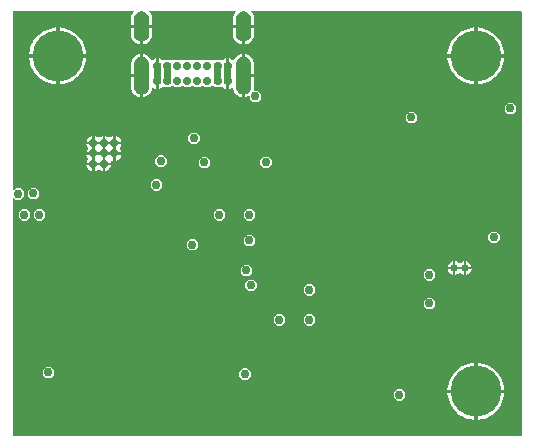
<source format=gbr>
G04 EAGLE Gerber RS-274X export*
G75*
%MOMM*%
%FSLAX34Y34*%
%LPD*%
%INCopper Layer 2*%
%IPPOS*%
%AMOC8*
5,1,8,0,0,1.08239X$1,22.5*%
G01*
%ADD10C,4.316000*%
%ADD11C,0.704800*%
%ADD12C,0.634800*%
%ADD13C,0.734800*%
%ADD14C,0.904800*%
%ADD15C,0.756400*%

G36*
X432836Y3052D02*
X432836Y3052D01*
X432855Y3050D01*
X432957Y3072D01*
X433059Y3088D01*
X433076Y3098D01*
X433096Y3102D01*
X433185Y3155D01*
X433276Y3204D01*
X433290Y3218D01*
X433307Y3228D01*
X433374Y3307D01*
X433446Y3382D01*
X433454Y3400D01*
X433467Y3415D01*
X433506Y3511D01*
X433549Y3605D01*
X433551Y3625D01*
X433559Y3643D01*
X433577Y3810D01*
X433577Y362712D01*
X433574Y362732D01*
X433576Y362751D01*
X433554Y362853D01*
X433538Y362955D01*
X433528Y362972D01*
X433524Y362992D01*
X433471Y363081D01*
X433422Y363172D01*
X433408Y363186D01*
X433398Y363203D01*
X433319Y363270D01*
X433244Y363342D01*
X433226Y363350D01*
X433211Y363363D01*
X433115Y363402D01*
X433021Y363445D01*
X433001Y363447D01*
X432983Y363455D01*
X432816Y363473D01*
X205625Y363473D01*
X205612Y363471D01*
X205598Y363473D01*
X205490Y363451D01*
X205383Y363434D01*
X205370Y363427D01*
X205357Y363424D01*
X205262Y363370D01*
X205165Y363318D01*
X205156Y363309D01*
X205144Y363302D01*
X205071Y363220D01*
X204996Y363140D01*
X204990Y363128D01*
X204981Y363117D01*
X204938Y363017D01*
X204892Y362917D01*
X204891Y362903D01*
X204885Y362891D01*
X204877Y362781D01*
X204865Y362673D01*
X204868Y362659D01*
X204867Y362645D01*
X204894Y362539D01*
X204917Y362432D01*
X204924Y362420D01*
X204928Y362407D01*
X205011Y362262D01*
X206085Y360798D01*
X206824Y359214D01*
X207240Y357516D01*
X207262Y357010D01*
X207263Y357005D01*
X207281Y356890D01*
X207281Y356603D01*
X207283Y356590D01*
X207281Y356570D01*
X207294Y356283D01*
X207281Y356163D01*
X207281Y351529D01*
X204739Y351529D01*
X204739Y356530D01*
X204736Y356534D01*
X204739Y356537D01*
X204565Y357756D01*
X204559Y357761D01*
X204562Y357765D01*
X204154Y358927D01*
X204148Y358931D01*
X204149Y358936D01*
X203522Y359995D01*
X203515Y359998D01*
X203516Y360003D01*
X202694Y360919D01*
X202687Y360921D01*
X202687Y360926D01*
X201702Y361665D01*
X201695Y361665D01*
X201694Y361670D01*
X200584Y362202D01*
X200577Y362201D01*
X200575Y362205D01*
X199639Y362445D01*
X199639Y362712D01*
X199636Y362732D01*
X199638Y362751D01*
X199616Y362853D01*
X199600Y362955D01*
X199590Y362972D01*
X199586Y362992D01*
X199533Y363081D01*
X199484Y363172D01*
X199470Y363186D01*
X199460Y363203D01*
X199381Y363270D01*
X199306Y363342D01*
X199288Y363350D01*
X199273Y363363D01*
X199177Y363402D01*
X199083Y363445D01*
X199063Y363447D01*
X199045Y363455D01*
X198878Y363473D01*
X197402Y363473D01*
X197382Y363470D01*
X197362Y363472D01*
X197261Y363450D01*
X197159Y363434D01*
X197142Y363424D01*
X197122Y363420D01*
X197033Y363367D01*
X196942Y363318D01*
X196928Y363304D01*
X196911Y363294D01*
X196844Y363215D01*
X196772Y363140D01*
X196764Y363122D01*
X196751Y363107D01*
X196712Y363011D01*
X196669Y362917D01*
X196667Y362897D01*
X196659Y362879D01*
X196641Y362712D01*
X196641Y362431D01*
X195728Y362190D01*
X195724Y362184D01*
X195719Y362187D01*
X194622Y361650D01*
X194619Y361644D01*
X194614Y361645D01*
X193643Y360905D01*
X193641Y360898D01*
X193635Y360898D01*
X192827Y359983D01*
X192827Y359976D01*
X192822Y359975D01*
X192207Y358920D01*
X192208Y358913D01*
X192203Y358911D01*
X191807Y357756D01*
X191809Y357749D01*
X191805Y357747D01*
X191641Y356537D01*
X191644Y356532D01*
X191641Y356530D01*
X191641Y351529D01*
X189099Y351529D01*
X189099Y356150D01*
X189099Y356152D01*
X189099Y356154D01*
X189088Y356254D01*
X189099Y356563D01*
X189097Y356573D01*
X189099Y356590D01*
X189099Y356899D01*
X189115Y357003D01*
X189132Y357492D01*
X189332Y358333D01*
X189533Y359182D01*
X189985Y360172D01*
X190255Y360762D01*
X190965Y361746D01*
X191316Y362232D01*
X191365Y362284D01*
X191381Y362319D01*
X191405Y362349D01*
X191433Y362430D01*
X191469Y362507D01*
X191473Y362545D01*
X191486Y362581D01*
X191486Y362667D01*
X191496Y362751D01*
X191488Y362789D01*
X191488Y362827D01*
X191462Y362908D01*
X191444Y362992D01*
X191424Y363025D01*
X191412Y363061D01*
X191361Y363130D01*
X191317Y363203D01*
X191288Y363228D01*
X191266Y363259D01*
X191195Y363307D01*
X191131Y363363D01*
X191095Y363377D01*
X191064Y363399D01*
X190982Y363423D01*
X190902Y363455D01*
X190853Y363460D01*
X190828Y363468D01*
X190797Y363466D01*
X190736Y363473D01*
X119265Y363473D01*
X119252Y363471D01*
X119238Y363473D01*
X119130Y363451D01*
X119023Y363434D01*
X119010Y363427D01*
X118997Y363424D01*
X118902Y363370D01*
X118805Y363318D01*
X118796Y363309D01*
X118784Y363302D01*
X118711Y363220D01*
X118636Y363140D01*
X118630Y363128D01*
X118621Y363117D01*
X118578Y363017D01*
X118532Y362917D01*
X118531Y362903D01*
X118525Y362891D01*
X118517Y362781D01*
X118505Y362673D01*
X118508Y362659D01*
X118507Y362645D01*
X118534Y362539D01*
X118557Y362432D01*
X118564Y362420D01*
X118568Y362407D01*
X118651Y362262D01*
X119725Y360798D01*
X120464Y359214D01*
X120880Y357516D01*
X120902Y357010D01*
X120903Y357005D01*
X120921Y356890D01*
X120921Y356603D01*
X120923Y356590D01*
X120921Y356570D01*
X120934Y356283D01*
X120921Y356163D01*
X120921Y351529D01*
X118379Y351529D01*
X118379Y356530D01*
X118376Y356534D01*
X118379Y356537D01*
X118205Y357756D01*
X118199Y357761D01*
X118202Y357765D01*
X117794Y358927D01*
X117788Y358931D01*
X117789Y358936D01*
X117162Y359995D01*
X117155Y359998D01*
X117156Y360003D01*
X116334Y360919D01*
X116327Y360921D01*
X116327Y360926D01*
X115342Y361665D01*
X115335Y361665D01*
X115334Y361670D01*
X114224Y362202D01*
X114217Y362201D01*
X114215Y362205D01*
X113239Y362455D01*
X113239Y362712D01*
X113236Y362732D01*
X113238Y362751D01*
X113216Y362853D01*
X113200Y362955D01*
X113190Y362972D01*
X113186Y362992D01*
X113133Y363081D01*
X113084Y363172D01*
X113070Y363186D01*
X113060Y363203D01*
X112981Y363270D01*
X112906Y363342D01*
X112888Y363350D01*
X112873Y363363D01*
X112777Y363402D01*
X112683Y363445D01*
X112663Y363447D01*
X112645Y363455D01*
X112478Y363473D01*
X111002Y363473D01*
X110982Y363470D01*
X110962Y363472D01*
X110861Y363450D01*
X110759Y363434D01*
X110742Y363424D01*
X110722Y363420D01*
X110633Y363367D01*
X110542Y363318D01*
X110528Y363304D01*
X110511Y363294D01*
X110444Y363215D01*
X110372Y363140D01*
X110364Y363122D01*
X110351Y363107D01*
X110312Y363011D01*
X110269Y362917D01*
X110267Y362897D01*
X110259Y362879D01*
X110241Y362712D01*
X110241Y362421D01*
X109368Y362190D01*
X109364Y362184D01*
X109359Y362187D01*
X108262Y361650D01*
X108259Y361644D01*
X108254Y361645D01*
X107283Y360905D01*
X107281Y360898D01*
X107275Y360898D01*
X106467Y359983D01*
X106467Y359976D01*
X106462Y359975D01*
X105847Y358920D01*
X105848Y358913D01*
X105843Y358911D01*
X105447Y357756D01*
X105449Y357749D01*
X105445Y357747D01*
X105281Y356537D01*
X105284Y356532D01*
X105281Y356530D01*
X105281Y351529D01*
X102739Y351529D01*
X102739Y356150D01*
X102739Y356152D01*
X102739Y356154D01*
X102728Y356254D01*
X102739Y356563D01*
X102737Y356573D01*
X102739Y356590D01*
X102739Y356899D01*
X102755Y357003D01*
X102772Y357492D01*
X103001Y358459D01*
X103173Y359182D01*
X103674Y360280D01*
X103675Y360280D01*
X103895Y360762D01*
X104668Y361833D01*
X104956Y362232D01*
X105005Y362284D01*
X105021Y362319D01*
X105045Y362349D01*
X105073Y362430D01*
X105109Y362507D01*
X105113Y362545D01*
X105126Y362581D01*
X105126Y362667D01*
X105136Y362751D01*
X105128Y362789D01*
X105128Y362827D01*
X105102Y362908D01*
X105084Y362992D01*
X105064Y363025D01*
X105052Y363061D01*
X105001Y363130D01*
X104957Y363203D01*
X104928Y363228D01*
X104906Y363259D01*
X104835Y363307D01*
X104771Y363363D01*
X104735Y363377D01*
X104704Y363399D01*
X104622Y363423D01*
X104542Y363455D01*
X104493Y363460D01*
X104468Y363468D01*
X104437Y363466D01*
X104376Y363473D01*
X3556Y363473D01*
X3536Y363470D01*
X3517Y363472D01*
X3415Y363450D01*
X3313Y363434D01*
X3296Y363424D01*
X3276Y363420D01*
X3187Y363367D01*
X3096Y363318D01*
X3082Y363304D01*
X3065Y363294D01*
X2998Y363215D01*
X2926Y363140D01*
X2918Y363122D01*
X2905Y363107D01*
X2866Y363011D01*
X2823Y362917D01*
X2821Y362897D01*
X2813Y362879D01*
X2795Y362712D01*
X2795Y212079D01*
X2806Y212008D01*
X2808Y211937D01*
X2826Y211888D01*
X2834Y211836D01*
X2868Y211773D01*
X2893Y211706D01*
X2925Y211665D01*
X2950Y211619D01*
X3002Y211569D01*
X3046Y211513D01*
X3090Y211485D01*
X3128Y211449D01*
X3193Y211419D01*
X3253Y211380D01*
X3304Y211368D01*
X3351Y211346D01*
X3422Y211338D01*
X3492Y211320D01*
X3544Y211324D01*
X3595Y211319D01*
X3666Y211334D01*
X3737Y211340D01*
X3785Y211360D01*
X3836Y211371D01*
X3897Y211408D01*
X3963Y211436D01*
X4019Y211481D01*
X4047Y211497D01*
X4062Y211515D01*
X4094Y211541D01*
X5632Y213079D01*
X9608Y213079D01*
X12419Y210268D01*
X12419Y206292D01*
X9608Y203481D01*
X5632Y203481D01*
X4094Y205019D01*
X4036Y205061D01*
X3984Y205111D01*
X3937Y205132D01*
X3895Y205163D01*
X3826Y205184D01*
X3761Y205214D01*
X3709Y205220D01*
X3659Y205235D01*
X3588Y205233D01*
X3517Y205241D01*
X3466Y205230D01*
X3414Y205229D01*
X3346Y205204D01*
X3276Y205189D01*
X3231Y205162D01*
X3183Y205144D01*
X3127Y205100D01*
X3065Y205063D01*
X3031Y205023D01*
X2991Y204991D01*
X2952Y204930D01*
X2905Y204876D01*
X2886Y204828D01*
X2858Y204784D01*
X2840Y204714D01*
X2813Y204648D01*
X2805Y204576D01*
X2797Y204545D01*
X2799Y204522D01*
X2795Y204481D01*
X2795Y3810D01*
X2798Y3790D01*
X2796Y3771D01*
X2818Y3669D01*
X2834Y3567D01*
X2844Y3550D01*
X2848Y3530D01*
X2901Y3441D01*
X2950Y3350D01*
X2964Y3336D01*
X2974Y3319D01*
X3053Y3252D01*
X3128Y3180D01*
X3146Y3172D01*
X3161Y3159D01*
X3257Y3120D01*
X3351Y3077D01*
X3371Y3075D01*
X3389Y3067D01*
X3556Y3049D01*
X432816Y3049D01*
X432836Y3052D01*
G37*
%LPC*%
G36*
X182877Y297554D02*
X182877Y297554D01*
X181746Y298023D01*
X180728Y298703D01*
X179901Y299530D01*
X179884Y299542D01*
X179872Y299558D01*
X179785Y299614D01*
X179701Y299674D01*
X179682Y299680D01*
X179665Y299691D01*
X179565Y299716D01*
X179466Y299746D01*
X179446Y299746D01*
X179427Y299751D01*
X179324Y299743D01*
X179220Y299740D01*
X179201Y299733D01*
X179181Y299731D01*
X179087Y299691D01*
X178989Y299655D01*
X178973Y299643D01*
X178955Y299635D01*
X178824Y299530D01*
X178133Y298839D01*
X174247Y298839D01*
X172478Y300608D01*
X172462Y300620D01*
X172450Y300635D01*
X172362Y300691D01*
X172279Y300752D01*
X172260Y300757D01*
X172243Y300768D01*
X172142Y300793D01*
X172043Y300824D01*
X172024Y300823D01*
X172004Y300828D01*
X171901Y300820D01*
X171798Y300818D01*
X171779Y300811D01*
X171759Y300809D01*
X171664Y300769D01*
X171567Y300733D01*
X171551Y300721D01*
X171533Y300713D01*
X171402Y300608D01*
X169633Y298839D01*
X165747Y298839D01*
X163978Y300608D01*
X163962Y300620D01*
X163950Y300635D01*
X163862Y300691D01*
X163779Y300752D01*
X163760Y300757D01*
X163743Y300768D01*
X163642Y300793D01*
X163543Y300824D01*
X163524Y300823D01*
X163504Y300828D01*
X163401Y300820D01*
X163298Y300818D01*
X163279Y300811D01*
X163259Y300809D01*
X163164Y300769D01*
X163067Y300733D01*
X163051Y300721D01*
X163033Y300713D01*
X162902Y300608D01*
X161133Y298839D01*
X157247Y298839D01*
X155478Y300608D01*
X155462Y300620D01*
X155450Y300635D01*
X155362Y300691D01*
X155279Y300752D01*
X155260Y300757D01*
X155243Y300768D01*
X155142Y300793D01*
X155043Y300824D01*
X155024Y300823D01*
X155004Y300828D01*
X154901Y300820D01*
X154798Y300818D01*
X154779Y300811D01*
X154759Y300809D01*
X154664Y300769D01*
X154567Y300733D01*
X154551Y300721D01*
X154533Y300713D01*
X154402Y300608D01*
X152633Y298839D01*
X148747Y298839D01*
X146978Y300608D01*
X146962Y300620D01*
X146950Y300635D01*
X146862Y300691D01*
X146779Y300752D01*
X146760Y300757D01*
X146743Y300768D01*
X146642Y300793D01*
X146543Y300824D01*
X146524Y300823D01*
X146504Y300828D01*
X146401Y300820D01*
X146298Y300818D01*
X146279Y300811D01*
X146259Y300809D01*
X146164Y300769D01*
X146067Y300733D01*
X146051Y300721D01*
X146033Y300713D01*
X145902Y300608D01*
X144133Y298839D01*
X140247Y298839D01*
X138478Y300608D01*
X138462Y300620D01*
X138450Y300635D01*
X138362Y300691D01*
X138279Y300752D01*
X138260Y300757D01*
X138243Y300768D01*
X138142Y300793D01*
X138043Y300824D01*
X138024Y300823D01*
X138004Y300828D01*
X137901Y300820D01*
X137798Y300818D01*
X137779Y300811D01*
X137759Y300809D01*
X137664Y300769D01*
X137567Y300733D01*
X137551Y300721D01*
X137533Y300713D01*
X137402Y300608D01*
X135633Y298839D01*
X131747Y298839D01*
X131056Y299530D01*
X131040Y299542D01*
X131027Y299558D01*
X130940Y299614D01*
X130856Y299674D01*
X130837Y299680D01*
X130820Y299691D01*
X130720Y299716D01*
X130621Y299746D01*
X130601Y299746D01*
X130582Y299751D01*
X130479Y299743D01*
X130375Y299740D01*
X130356Y299733D01*
X130337Y299732D01*
X130242Y299691D01*
X130144Y299655D01*
X130129Y299643D01*
X130110Y299635D01*
X129979Y299530D01*
X129152Y298703D01*
X128134Y298023D01*
X127003Y297554D01*
X126264Y297407D01*
X126264Y301481D01*
X127940Y301481D01*
X127987Y301517D01*
X127982Y301524D01*
X127989Y301530D01*
X127989Y319030D01*
X127953Y319077D01*
X127946Y319072D01*
X127940Y319079D01*
X126264Y319079D01*
X126264Y323153D01*
X127003Y323006D01*
X128134Y322537D01*
X129152Y321857D01*
X129221Y321788D01*
X129295Y321735D01*
X129365Y321675D01*
X129395Y321663D01*
X129421Y321644D01*
X129508Y321617D01*
X129593Y321583D01*
X129634Y321579D01*
X129656Y321572D01*
X129688Y321573D01*
X129760Y321565D01*
X131276Y321565D01*
X131366Y321579D01*
X131457Y321587D01*
X131486Y321599D01*
X131518Y321604D01*
X131599Y321647D01*
X131683Y321683D01*
X131715Y321709D01*
X131736Y321720D01*
X131737Y321721D01*
X135656Y321721D01*
X135709Y321675D01*
X135740Y321663D01*
X135766Y321644D01*
X135853Y321617D01*
X135938Y321583D01*
X135979Y321579D01*
X136001Y321572D01*
X136033Y321573D01*
X136104Y321565D01*
X139776Y321565D01*
X139866Y321579D01*
X139957Y321587D01*
X139986Y321599D01*
X140018Y321604D01*
X140099Y321647D01*
X140183Y321683D01*
X140215Y321709D01*
X140236Y321720D01*
X140237Y321721D01*
X144156Y321721D01*
X144209Y321675D01*
X144240Y321663D01*
X144266Y321644D01*
X144353Y321617D01*
X144438Y321583D01*
X144479Y321579D01*
X144501Y321572D01*
X144533Y321573D01*
X144604Y321565D01*
X148276Y321565D01*
X148366Y321579D01*
X148457Y321587D01*
X148487Y321599D01*
X148518Y321604D01*
X148599Y321647D01*
X148683Y321683D01*
X148715Y321709D01*
X148736Y321720D01*
X148737Y321721D01*
X152656Y321721D01*
X152709Y321675D01*
X152739Y321663D01*
X152766Y321644D01*
X152853Y321617D01*
X152938Y321583D01*
X152978Y321579D01*
X153001Y321572D01*
X153033Y321573D01*
X153104Y321565D01*
X156776Y321565D01*
X156866Y321579D01*
X156957Y321587D01*
X156986Y321599D01*
X157018Y321604D01*
X157099Y321647D01*
X157183Y321683D01*
X157215Y321709D01*
X157236Y321720D01*
X157237Y321721D01*
X161156Y321721D01*
X161209Y321675D01*
X161240Y321663D01*
X161266Y321644D01*
X161353Y321617D01*
X161438Y321583D01*
X161479Y321579D01*
X161501Y321572D01*
X161533Y321573D01*
X161604Y321565D01*
X165276Y321565D01*
X165366Y321579D01*
X165457Y321587D01*
X165486Y321599D01*
X165518Y321604D01*
X165599Y321647D01*
X165683Y321683D01*
X165715Y321709D01*
X165736Y321720D01*
X165737Y321721D01*
X169656Y321721D01*
X169709Y321675D01*
X169740Y321663D01*
X169766Y321644D01*
X169853Y321617D01*
X169938Y321583D01*
X169979Y321579D01*
X170001Y321572D01*
X170033Y321573D01*
X170104Y321565D01*
X173776Y321565D01*
X173866Y321579D01*
X173957Y321587D01*
X173986Y321599D01*
X174018Y321604D01*
X174099Y321647D01*
X174183Y321683D01*
X174215Y321709D01*
X174236Y321720D01*
X174237Y321721D01*
X178156Y321721D01*
X178209Y321675D01*
X178240Y321663D01*
X178266Y321644D01*
X178353Y321617D01*
X178438Y321583D01*
X178479Y321579D01*
X178501Y321572D01*
X178533Y321573D01*
X178604Y321565D01*
X180120Y321565D01*
X180211Y321579D01*
X180301Y321587D01*
X180331Y321599D01*
X180363Y321604D01*
X180444Y321647D01*
X180528Y321683D01*
X180560Y321709D01*
X180581Y321720D01*
X180603Y321743D01*
X180659Y321788D01*
X180728Y321857D01*
X181746Y322537D01*
X182877Y323006D01*
X183616Y323153D01*
X183616Y319079D01*
X181940Y319079D01*
X181893Y319043D01*
X181898Y319036D01*
X181891Y319030D01*
X181891Y301530D01*
X181927Y301483D01*
X181934Y301488D01*
X181940Y301481D01*
X183616Y301481D01*
X183616Y297407D01*
X182877Y297554D01*
G37*
%LPD*%
%LPC*%
G36*
X396493Y326643D02*
X396493Y326643D01*
X396493Y349222D01*
X399017Y348937D01*
X400168Y348675D01*
X401658Y348335D01*
X404215Y347440D01*
X406656Y346264D01*
X408950Y344823D01*
X411068Y343134D01*
X412984Y341218D01*
X414673Y339100D01*
X416114Y336806D01*
X417290Y334365D01*
X418185Y331808D01*
X418787Y329167D01*
X419072Y326643D01*
X396493Y326643D01*
G37*
%LPD*%
%LPC*%
G36*
X42417Y326643D02*
X42417Y326643D01*
X42417Y349222D01*
X44941Y348937D01*
X46092Y348675D01*
X47582Y348335D01*
X50139Y347440D01*
X52580Y346264D01*
X54874Y344823D01*
X56992Y343134D01*
X58908Y341218D01*
X60597Y339100D01*
X62038Y336806D01*
X63214Y334365D01*
X64109Y331808D01*
X64711Y329167D01*
X64996Y326643D01*
X42417Y326643D01*
G37*
%LPD*%
%LPC*%
G36*
X396493Y42671D02*
X396493Y42671D01*
X396493Y65250D01*
X399017Y64965D01*
X400055Y64728D01*
X401658Y64363D01*
X404215Y63468D01*
X406656Y62292D01*
X408950Y60851D01*
X411068Y59162D01*
X412984Y57246D01*
X414673Y55128D01*
X416114Y52834D01*
X417290Y50393D01*
X418185Y47836D01*
X418787Y45195D01*
X419072Y42671D01*
X396493Y42671D01*
G37*
%LPD*%
%LPC*%
G36*
X16792Y326643D02*
X16792Y326643D01*
X17077Y329167D01*
X17679Y331808D01*
X18574Y334365D01*
X19750Y336806D01*
X21191Y339100D01*
X22880Y341218D01*
X24796Y343134D01*
X26914Y344823D01*
X29208Y346264D01*
X31649Y347440D01*
X34206Y348335D01*
X36847Y348937D01*
X39371Y349222D01*
X39371Y326643D01*
X16792Y326643D01*
G37*
%LPD*%
%LPC*%
G36*
X370868Y326643D02*
X370868Y326643D01*
X371153Y329167D01*
X371755Y331808D01*
X372650Y334365D01*
X373826Y336806D01*
X375267Y339100D01*
X376956Y341218D01*
X378872Y343134D01*
X380990Y344823D01*
X383284Y346264D01*
X385725Y347440D01*
X388282Y348335D01*
X390923Y348937D01*
X393447Y349222D01*
X393447Y326643D01*
X370868Y326643D01*
G37*
%LPD*%
%LPC*%
G36*
X370868Y42671D02*
X370868Y42671D01*
X371153Y45195D01*
X371755Y47836D01*
X372650Y50393D01*
X373826Y52834D01*
X375267Y55128D01*
X376956Y57246D01*
X378872Y59162D01*
X380990Y60851D01*
X383284Y62292D01*
X385725Y63468D01*
X388282Y64363D01*
X390923Y64965D01*
X393447Y65250D01*
X393447Y42671D01*
X370868Y42671D01*
G37*
%LPD*%
%LPC*%
G36*
X42417Y323597D02*
X42417Y323597D01*
X64996Y323597D01*
X64711Y321073D01*
X64109Y318432D01*
X63214Y315875D01*
X62038Y313434D01*
X60597Y311140D01*
X58908Y309022D01*
X56992Y307106D01*
X54874Y305417D01*
X52580Y303976D01*
X50139Y302800D01*
X47582Y301905D01*
X44941Y301303D01*
X42417Y301018D01*
X42417Y323597D01*
G37*
%LPD*%
%LPC*%
G36*
X396493Y39625D02*
X396493Y39625D01*
X419072Y39625D01*
X418787Y37101D01*
X418185Y34460D01*
X417290Y31903D01*
X416114Y29462D01*
X414673Y27168D01*
X412984Y25050D01*
X411068Y23134D01*
X408950Y21445D01*
X406656Y20004D01*
X404215Y18828D01*
X401658Y17933D01*
X399017Y17331D01*
X396493Y17046D01*
X396493Y39625D01*
G37*
%LPD*%
%LPC*%
G36*
X396493Y323597D02*
X396493Y323597D01*
X419072Y323597D01*
X418787Y321073D01*
X418185Y318432D01*
X417290Y315875D01*
X416114Y313434D01*
X414673Y311140D01*
X412984Y309022D01*
X411068Y307106D01*
X408950Y305417D01*
X406656Y303976D01*
X404215Y302800D01*
X401658Y301905D01*
X399017Y301303D01*
X396493Y301018D01*
X396493Y323597D01*
G37*
%LPD*%
%LPC*%
G36*
X390923Y301303D02*
X390923Y301303D01*
X390320Y301440D01*
X388282Y301905D01*
X385725Y302800D01*
X383284Y303976D01*
X380990Y305417D01*
X378872Y307106D01*
X376956Y309022D01*
X375267Y311140D01*
X373826Y313434D01*
X372650Y315875D01*
X371755Y318432D01*
X371153Y321073D01*
X370868Y323597D01*
X393447Y323597D01*
X393447Y301018D01*
X390923Y301303D01*
G37*
%LPD*%
%LPC*%
G36*
X36847Y301303D02*
X36847Y301303D01*
X36244Y301440D01*
X34206Y301905D01*
X31649Y302800D01*
X29208Y303976D01*
X26914Y305417D01*
X24796Y307106D01*
X22880Y309022D01*
X21191Y311140D01*
X19750Y313434D01*
X18574Y315875D01*
X17679Y318432D01*
X17077Y321073D01*
X16792Y323597D01*
X39371Y323597D01*
X39371Y301018D01*
X36847Y301303D01*
G37*
%LPD*%
%LPC*%
G36*
X390923Y17331D02*
X390923Y17331D01*
X390207Y17494D01*
X388282Y17933D01*
X385725Y18828D01*
X383284Y20004D01*
X380990Y21445D01*
X378872Y23134D01*
X376956Y25050D01*
X375267Y27168D01*
X373826Y29462D01*
X372650Y31903D01*
X371755Y34460D01*
X371153Y37101D01*
X370868Y39625D01*
X393447Y39625D01*
X393447Y17046D01*
X390923Y17331D01*
G37*
%LPD*%
%LPC*%
G36*
X196244Y290210D02*
X196244Y290210D01*
X195554Y290374D01*
X194517Y290821D01*
X194035Y291029D01*
X193004Y291707D01*
X192654Y291938D01*
X191451Y293073D01*
X190463Y294400D01*
X189721Y295878D01*
X189247Y297463D01*
X189214Y297746D01*
X189193Y297819D01*
X189181Y297895D01*
X189170Y297917D01*
X189167Y297932D01*
X189156Y297951D01*
X189147Y297982D01*
X189103Y298045D01*
X189068Y298113D01*
X189046Y298135D01*
X189040Y298143D01*
X189029Y298153D01*
X189007Y298185D01*
X188946Y298231D01*
X188891Y298284D01*
X188858Y298300D01*
X188853Y298303D01*
X188845Y298307D01*
X188810Y298333D01*
X188738Y298357D01*
X188669Y298389D01*
X188628Y298394D01*
X188625Y298395D01*
X188618Y298396D01*
X188577Y298410D01*
X188501Y298409D01*
X188425Y298418D01*
X188378Y298409D01*
X188331Y298408D01*
X188259Y298384D01*
X188232Y298378D01*
X188207Y298374D01*
X188204Y298372D01*
X188184Y298368D01*
X188127Y298338D01*
X188098Y298328D01*
X188077Y298313D01*
X188035Y298291D01*
X187634Y298023D01*
X186503Y297554D01*
X185764Y297407D01*
X185764Y301481D01*
X187440Y301481D01*
X187487Y301517D01*
X187482Y301524D01*
X187489Y301530D01*
X187489Y319030D01*
X187453Y319077D01*
X187446Y319072D01*
X187440Y319079D01*
X185764Y319079D01*
X185764Y323153D01*
X186503Y323006D01*
X187634Y322537D01*
X188652Y321857D01*
X188844Y321665D01*
X188859Y321654D01*
X188870Y321640D01*
X188959Y321583D01*
X189044Y321521D01*
X189061Y321516D01*
X189076Y321506D01*
X189179Y321480D01*
X189279Y321449D01*
X189297Y321450D01*
X189315Y321445D01*
X189420Y321453D01*
X189525Y321455D01*
X189542Y321462D01*
X189560Y321463D01*
X189657Y321504D01*
X189756Y321540D01*
X189770Y321551D01*
X189787Y321558D01*
X189866Y321628D01*
X189948Y321694D01*
X189958Y321709D01*
X189971Y321721D01*
X190063Y321862D01*
X190463Y322660D01*
X190810Y323126D01*
X191451Y323987D01*
X192654Y325122D01*
X194035Y326031D01*
X195554Y326686D01*
X196641Y326944D01*
X196641Y324310D01*
X195532Y323902D01*
X195528Y323896D01*
X195523Y323898D01*
X194376Y323195D01*
X194373Y323189D01*
X194368Y323190D01*
X193380Y322277D01*
X193379Y322270D01*
X193374Y322270D01*
X192582Y321182D01*
X192583Y321175D01*
X192578Y321174D01*
X192014Y319953D01*
X192015Y319945D01*
X192010Y319943D01*
X191696Y318636D01*
X191699Y318629D01*
X191694Y318626D01*
X191641Y317282D01*
X191642Y317281D01*
X191641Y317280D01*
X191641Y299780D01*
X191642Y299779D01*
X191641Y299778D01*
X191694Y298434D01*
X191699Y298428D01*
X191696Y298424D01*
X192010Y297117D01*
X192016Y297112D01*
X192014Y297108D01*
X192578Y295886D01*
X192584Y295883D01*
X192582Y295878D01*
X193374Y294790D01*
X193381Y294788D01*
X193380Y294783D01*
X194368Y293870D01*
X194376Y293870D01*
X194376Y293865D01*
X195523Y293163D01*
X195531Y293163D01*
X195532Y293158D01*
X196641Y292750D01*
X196641Y290116D01*
X196244Y290210D01*
G37*
%LPD*%
%LPC*%
G36*
X113239Y292722D02*
X113239Y292722D01*
X114411Y293143D01*
X114414Y293149D01*
X114419Y293147D01*
X115580Y293845D01*
X115583Y293852D01*
X115588Y293851D01*
X116590Y294762D01*
X116591Y294769D01*
X116596Y294769D01*
X117401Y295858D01*
X117401Y295865D01*
X117403Y295866D01*
X117406Y295867D01*
X117983Y297092D01*
X117983Y297095D01*
X117985Y297097D01*
X117983Y297099D01*
X117987Y297101D01*
X118313Y298415D01*
X118311Y298422D01*
X118315Y298425D01*
X118379Y299778D01*
X118378Y299779D01*
X118379Y299780D01*
X118379Y317280D01*
X118378Y317281D01*
X118379Y317282D01*
X118315Y318635D01*
X118310Y318641D01*
X118313Y318645D01*
X117987Y319959D01*
X117981Y319964D01*
X117983Y319968D01*
X117406Y321193D01*
X117400Y321197D01*
X117401Y321202D01*
X116596Y322291D01*
X116589Y322293D01*
X116590Y322298D01*
X115588Y323209D01*
X115580Y323210D01*
X115580Y323215D01*
X114419Y323913D01*
X114412Y323912D01*
X114411Y323917D01*
X113239Y324338D01*
X113239Y326961D01*
X114362Y326704D01*
X115893Y326057D01*
X116995Y325344D01*
X117288Y325154D01*
X118506Y324023D01*
X119508Y322697D01*
X119898Y321935D01*
X119907Y321922D01*
X119913Y321908D01*
X119980Y321824D01*
X120044Y321737D01*
X120057Y321728D01*
X120066Y321716D01*
X120157Y321658D01*
X120246Y321596D01*
X120260Y321591D01*
X120273Y321583D01*
X120378Y321557D01*
X120482Y321526D01*
X120497Y321527D01*
X120512Y321523D01*
X120620Y321531D01*
X120727Y321535D01*
X120742Y321541D01*
X120757Y321542D01*
X120856Y321584D01*
X120957Y321623D01*
X120969Y321632D01*
X120983Y321638D01*
X121114Y321743D01*
X121228Y321857D01*
X122246Y322537D01*
X123377Y323006D01*
X124116Y323153D01*
X124116Y319079D01*
X122440Y319079D01*
X122393Y319043D01*
X122398Y319036D01*
X122391Y319030D01*
X122391Y301530D01*
X122427Y301483D01*
X122434Y301488D01*
X122440Y301481D01*
X124116Y301481D01*
X124116Y297407D01*
X123377Y297554D01*
X122246Y298023D01*
X121963Y298212D01*
X121896Y298242D01*
X121834Y298281D01*
X121785Y298293D01*
X121739Y298314D01*
X121666Y298321D01*
X121594Y298338D01*
X121544Y298334D01*
X121494Y298339D01*
X121422Y298323D01*
X121349Y298316D01*
X121303Y298296D01*
X121254Y298285D01*
X121191Y298247D01*
X121124Y298217D01*
X121087Y298183D01*
X121044Y298157D01*
X120997Y298101D01*
X120943Y298051D01*
X120918Y298007D01*
X120886Y297969D01*
X120859Y297900D01*
X120823Y297836D01*
X120807Y297769D01*
X120796Y297740D01*
X120794Y297715D01*
X120784Y297673D01*
X120754Y297432D01*
X120333Y296061D01*
X120332Y296061D01*
X120265Y295843D01*
X119576Y294496D01*
X119576Y294495D01*
X119508Y294363D01*
X118570Y293122D01*
X118506Y293037D01*
X117288Y291906D01*
X115893Y291003D01*
X114362Y290356D01*
X113239Y290099D01*
X113239Y292722D01*
G37*
%LPD*%
%LPC*%
G36*
X206292Y286031D02*
X206292Y286031D01*
X203481Y288842D01*
X203481Y290398D01*
X203463Y290511D01*
X203447Y290625D01*
X203443Y290633D01*
X203442Y290641D01*
X203388Y290742D01*
X203337Y290845D01*
X203331Y290851D01*
X203326Y290859D01*
X203244Y290937D01*
X203162Y291018D01*
X203154Y291022D01*
X203148Y291028D01*
X203044Y291076D01*
X202942Y291127D01*
X202933Y291128D01*
X202925Y291132D01*
X202812Y291144D01*
X202698Y291159D01*
X202689Y291158D01*
X202681Y291159D01*
X202569Y291134D01*
X202456Y291113D01*
X202447Y291108D01*
X202440Y291106D01*
X202420Y291095D01*
X202306Y291038D01*
X202253Y291003D01*
X200722Y290356D01*
X199639Y290108D01*
X199639Y292736D01*
X200771Y293143D01*
X200774Y293149D01*
X200779Y293147D01*
X201940Y293845D01*
X201943Y293852D01*
X201948Y293851D01*
X202950Y294762D01*
X202951Y294769D01*
X202956Y294769D01*
X203761Y295858D01*
X203761Y295865D01*
X203763Y295866D01*
X203766Y295867D01*
X204343Y297092D01*
X204343Y297095D01*
X204345Y297097D01*
X204343Y297099D01*
X204347Y297101D01*
X204673Y298415D01*
X204671Y298422D01*
X204675Y298425D01*
X204739Y299778D01*
X204738Y299779D01*
X204739Y299780D01*
X204739Y307031D01*
X207281Y307031D01*
X207281Y299865D01*
X207283Y299850D01*
X207282Y299826D01*
X207320Y299081D01*
X207114Y297432D01*
X206863Y296614D01*
X206861Y296604D01*
X206857Y296595D01*
X206845Y296483D01*
X206829Y296370D01*
X206831Y296360D01*
X206830Y296351D01*
X206854Y296240D01*
X206875Y296128D01*
X206880Y296120D01*
X206882Y296110D01*
X206940Y296013D01*
X206996Y295914D01*
X207003Y295908D01*
X207008Y295899D01*
X207095Y295825D01*
X207179Y295750D01*
X207188Y295746D01*
X207195Y295739D01*
X207301Y295697D01*
X207404Y295652D01*
X207414Y295651D01*
X207423Y295647D01*
X207590Y295629D01*
X210268Y295629D01*
X213079Y292818D01*
X213079Y288842D01*
X210268Y286031D01*
X206292Y286031D01*
G37*
%LPD*%
G36*
X136487Y301517D02*
X136487Y301517D01*
X136482Y301524D01*
X136489Y301530D01*
X136489Y319030D01*
X136453Y319077D01*
X136446Y319072D01*
X136440Y319079D01*
X130940Y319079D01*
X130893Y319043D01*
X130898Y319036D01*
X130891Y319030D01*
X130891Y301530D01*
X130927Y301483D01*
X130934Y301488D01*
X130940Y301481D01*
X136440Y301481D01*
X136487Y301517D01*
G37*
G36*
X178987Y301517D02*
X178987Y301517D01*
X178982Y301524D01*
X178989Y301530D01*
X178989Y319030D01*
X178953Y319077D01*
X178946Y319072D01*
X178940Y319079D01*
X173440Y319079D01*
X173393Y319043D01*
X173398Y319036D01*
X173391Y319030D01*
X173391Y301530D01*
X173427Y301483D01*
X173434Y301488D01*
X173440Y301481D01*
X178940Y301481D01*
X178987Y301517D01*
G37*
%LPC*%
G36*
X201212Y185701D02*
X201212Y185701D01*
X198401Y188512D01*
X198401Y192488D01*
X201212Y195299D01*
X205188Y195299D01*
X207999Y192488D01*
X207999Y188512D01*
X205188Y185701D01*
X201212Y185701D01*
G37*
%LPD*%
%LPC*%
G36*
X23412Y185701D02*
X23412Y185701D01*
X20601Y188512D01*
X20601Y192488D01*
X23412Y195299D01*
X27388Y195299D01*
X30199Y192488D01*
X30199Y188512D01*
X27388Y185701D01*
X23412Y185701D01*
G37*
%LPD*%
%LPC*%
G36*
X408222Y166651D02*
X408222Y166651D01*
X405411Y169462D01*
X405411Y173438D01*
X408222Y176249D01*
X412198Y176249D01*
X415009Y173438D01*
X415009Y169462D01*
X412198Y166651D01*
X408222Y166651D01*
G37*
%LPD*%
%LPC*%
G36*
X201212Y164111D02*
X201212Y164111D01*
X198401Y166922D01*
X198401Y170898D01*
X201212Y173709D01*
X205188Y173709D01*
X207999Y170898D01*
X207999Y166922D01*
X205188Y164111D01*
X201212Y164111D01*
G37*
%LPD*%
%LPC*%
G36*
X152952Y160455D02*
X152952Y160455D01*
X150141Y163266D01*
X150141Y167242D01*
X152952Y170053D01*
X156928Y170053D01*
X159739Y167242D01*
X159739Y163266D01*
X156928Y160455D01*
X152952Y160455D01*
G37*
%LPD*%
%LPC*%
G36*
X198672Y138711D02*
X198672Y138711D01*
X195861Y141522D01*
X195861Y145498D01*
X198672Y148309D01*
X202648Y148309D01*
X205459Y145498D01*
X205459Y141522D01*
X202648Y138711D01*
X198672Y138711D01*
G37*
%LPD*%
%LPC*%
G36*
X353612Y134901D02*
X353612Y134901D01*
X350801Y137712D01*
X350801Y141688D01*
X353612Y144499D01*
X357588Y144499D01*
X360399Y141688D01*
X360399Y137712D01*
X357588Y134901D01*
X353612Y134901D01*
G37*
%LPD*%
%LPC*%
G36*
X202482Y126011D02*
X202482Y126011D01*
X199671Y128822D01*
X199671Y132798D01*
X202482Y135609D01*
X206458Y135609D01*
X209269Y132798D01*
X209269Y128822D01*
X206458Y126011D01*
X202482Y126011D01*
G37*
%LPD*%
%LPC*%
G36*
X252012Y122201D02*
X252012Y122201D01*
X249201Y125012D01*
X249201Y128988D01*
X252012Y131799D01*
X255988Y131799D01*
X258799Y128988D01*
X258799Y125012D01*
X255988Y122201D01*
X252012Y122201D01*
G37*
%LPD*%
%LPC*%
G36*
X422192Y275871D02*
X422192Y275871D01*
X419381Y278682D01*
X419381Y282658D01*
X422192Y285469D01*
X426168Y285469D01*
X428979Y282658D01*
X428979Y278682D01*
X426168Y275871D01*
X422192Y275871D01*
G37*
%LPD*%
%LPC*%
G36*
X338372Y268251D02*
X338372Y268251D01*
X335561Y271062D01*
X335561Y275038D01*
X338372Y277849D01*
X342348Y277849D01*
X345159Y275038D01*
X345159Y271062D01*
X342348Y268251D01*
X338372Y268251D01*
G37*
%LPD*%
%LPC*%
G36*
X154222Y250471D02*
X154222Y250471D01*
X151411Y253282D01*
X151411Y257258D01*
X154222Y260069D01*
X158198Y260069D01*
X161009Y257258D01*
X161009Y253282D01*
X158198Y250471D01*
X154222Y250471D01*
G37*
%LPD*%
%LPC*%
G36*
X353612Y110771D02*
X353612Y110771D01*
X350801Y113582D01*
X350801Y117558D01*
X353612Y120369D01*
X357588Y120369D01*
X360399Y117558D01*
X360399Y113582D01*
X357588Y110771D01*
X353612Y110771D01*
G37*
%LPD*%
%LPC*%
G36*
X18332Y203987D02*
X18332Y203987D01*
X15521Y206798D01*
X15521Y210774D01*
X18332Y213585D01*
X22308Y213585D01*
X25119Y210774D01*
X25119Y206798D01*
X22308Y203987D01*
X18332Y203987D01*
G37*
%LPD*%
%LPC*%
G36*
X226612Y96801D02*
X226612Y96801D01*
X223801Y99612D01*
X223801Y103588D01*
X226612Y106399D01*
X230588Y106399D01*
X233399Y103588D01*
X233399Y99612D01*
X230588Y96801D01*
X226612Y96801D01*
G37*
%LPD*%
%LPC*%
G36*
X31032Y52351D02*
X31032Y52351D01*
X28221Y55162D01*
X28221Y59138D01*
X31032Y61949D01*
X35008Y61949D01*
X37819Y59138D01*
X37819Y55162D01*
X35008Y52351D01*
X31032Y52351D01*
G37*
%LPD*%
%LPC*%
G36*
X197402Y51081D02*
X197402Y51081D01*
X194591Y53892D01*
X194591Y57868D01*
X197402Y60679D01*
X201378Y60679D01*
X204189Y57868D01*
X204189Y53892D01*
X201378Y51081D01*
X197402Y51081D01*
G37*
%LPD*%
%LPC*%
G36*
X328212Y33301D02*
X328212Y33301D01*
X325401Y36112D01*
X325401Y40088D01*
X328212Y42899D01*
X332188Y42899D01*
X334999Y40088D01*
X334999Y36112D01*
X332188Y33301D01*
X328212Y33301D01*
G37*
%LPD*%
%LPC*%
G36*
X252012Y96801D02*
X252012Y96801D01*
X249201Y99612D01*
X249201Y103588D01*
X252012Y106399D01*
X255988Y106399D01*
X258799Y103588D01*
X258799Y99612D01*
X255988Y96801D01*
X252012Y96801D01*
G37*
%LPD*%
%LPC*%
G36*
X126282Y231421D02*
X126282Y231421D01*
X123471Y234232D01*
X123471Y238208D01*
X126282Y241019D01*
X130258Y241019D01*
X133069Y238208D01*
X133069Y234232D01*
X130258Y231421D01*
X126282Y231421D01*
G37*
%LPD*%
%LPC*%
G36*
X163112Y230151D02*
X163112Y230151D01*
X160301Y232962D01*
X160301Y236938D01*
X163112Y239749D01*
X167088Y239749D01*
X169899Y236938D01*
X169899Y232962D01*
X167088Y230151D01*
X163112Y230151D01*
G37*
%LPD*%
%LPC*%
G36*
X215182Y230151D02*
X215182Y230151D01*
X212371Y232962D01*
X212371Y236938D01*
X215182Y239749D01*
X219158Y239749D01*
X221969Y236938D01*
X221969Y232962D01*
X219158Y230151D01*
X215182Y230151D01*
G37*
%LPD*%
%LPC*%
G36*
X122472Y211101D02*
X122472Y211101D01*
X119661Y213912D01*
X119661Y217888D01*
X122472Y220699D01*
X126448Y220699D01*
X129259Y217888D01*
X129259Y213912D01*
X126448Y211101D01*
X122472Y211101D01*
G37*
%LPD*%
%LPC*%
G36*
X175812Y185701D02*
X175812Y185701D01*
X173001Y188512D01*
X173001Y192488D01*
X175812Y195299D01*
X179788Y195299D01*
X182599Y192488D01*
X182599Y188512D01*
X179788Y185701D01*
X175812Y185701D01*
G37*
%LPD*%
%LPC*%
G36*
X10712Y185701D02*
X10712Y185701D01*
X7901Y188512D01*
X7901Y192488D01*
X10712Y195299D01*
X14688Y195299D01*
X17499Y192488D01*
X17499Y188512D01*
X14688Y185701D01*
X10712Y185701D01*
G37*
%LPD*%
%LPC*%
G36*
X204739Y310029D02*
X204739Y310029D01*
X204739Y317280D01*
X204738Y317281D01*
X204739Y317282D01*
X204675Y318635D01*
X204670Y318641D01*
X204673Y318645D01*
X204347Y319959D01*
X204341Y319964D01*
X204343Y319968D01*
X203766Y321193D01*
X203760Y321197D01*
X203761Y321202D01*
X202956Y322291D01*
X202949Y322293D01*
X202950Y322298D01*
X201948Y323209D01*
X201940Y323210D01*
X201940Y323215D01*
X200779Y323913D01*
X200772Y323912D01*
X200771Y323917D01*
X199639Y324324D01*
X199639Y326952D01*
X200722Y326704D01*
X202253Y326057D01*
X203328Y325362D01*
X203648Y325154D01*
X204866Y324023D01*
X205868Y322697D01*
X206626Y321217D01*
X207114Y319628D01*
X207320Y317979D01*
X207282Y317234D01*
X207283Y317219D01*
X207281Y317195D01*
X207281Y310029D01*
X204739Y310029D01*
G37*
%LPD*%
%LPC*%
G36*
X109811Y290227D02*
X109811Y290227D01*
X109194Y290374D01*
X108096Y290847D01*
X107675Y291029D01*
X106595Y291740D01*
X106294Y291938D01*
X105091Y293073D01*
X104103Y294400D01*
X103361Y295878D01*
X102887Y297463D01*
X102695Y299105D01*
X102738Y299834D01*
X102736Y299851D01*
X102739Y299878D01*
X102739Y307031D01*
X105281Y307031D01*
X105281Y299780D01*
X105282Y299779D01*
X105281Y299778D01*
X105334Y298434D01*
X105339Y298428D01*
X105336Y298424D01*
X105650Y297117D01*
X105656Y297112D01*
X105654Y297108D01*
X106218Y295886D01*
X106224Y295883D01*
X106222Y295878D01*
X107014Y294790D01*
X107021Y294788D01*
X107020Y294783D01*
X108008Y293870D01*
X108016Y293870D01*
X108016Y293865D01*
X109163Y293163D01*
X109171Y293163D01*
X109172Y293158D01*
X110241Y292765D01*
X110241Y290125D01*
X109811Y290227D01*
G37*
%LPD*%
%LPC*%
G36*
X102739Y310029D02*
X102739Y310029D01*
X102739Y317182D01*
X102737Y317199D01*
X102738Y317226D01*
X102695Y317955D01*
X102887Y319598D01*
X103115Y320358D01*
X103115Y320359D01*
X103361Y321182D01*
X103790Y322036D01*
X104103Y322660D01*
X104735Y323509D01*
X105091Y323987D01*
X106294Y325122D01*
X107675Y326031D01*
X109194Y326686D01*
X110241Y326935D01*
X110241Y324295D01*
X109172Y323902D01*
X109168Y323896D01*
X109163Y323898D01*
X108016Y323195D01*
X108013Y323189D01*
X108008Y323190D01*
X107020Y322277D01*
X107019Y322270D01*
X107014Y322270D01*
X106222Y321182D01*
X106223Y321175D01*
X106218Y321174D01*
X105654Y319953D01*
X105655Y319945D01*
X105650Y319943D01*
X105336Y318636D01*
X105339Y318629D01*
X105334Y318626D01*
X105281Y317282D01*
X105282Y317281D01*
X105281Y317280D01*
X105281Y310029D01*
X102739Y310029D01*
G37*
%LPD*%
%LPC*%
G36*
X72119Y234679D02*
X72119Y234679D01*
X72119Y241571D01*
X79011Y241571D01*
X79011Y234679D01*
X72119Y234679D01*
G37*
%LPD*%
%LPC*%
G36*
X72119Y243569D02*
X72119Y243569D01*
X72119Y250461D01*
X79011Y250461D01*
X79011Y243569D01*
X72119Y243569D01*
G37*
%LPD*%
%LPC*%
G36*
X81009Y243569D02*
X81009Y243569D01*
X81009Y250461D01*
X87901Y250461D01*
X87901Y243569D01*
X81009Y243569D01*
G37*
%LPD*%
%LPC*%
G36*
X81009Y234679D02*
X81009Y234679D01*
X81009Y241571D01*
X87901Y241571D01*
X87901Y236585D01*
X87131Y236738D01*
X86628Y236947D01*
X86558Y236963D01*
X86491Y236989D01*
X86439Y236991D01*
X86388Y237003D01*
X86317Y236996D01*
X86245Y236999D01*
X86195Y236985D01*
X86144Y236980D01*
X86078Y236951D01*
X86009Y236931D01*
X85966Y236901D01*
X85919Y236880D01*
X85866Y236831D01*
X85807Y236790D01*
X85776Y236749D01*
X85738Y236713D01*
X85703Y236651D01*
X85660Y236593D01*
X85644Y236544D01*
X85619Y236498D01*
X85606Y236427D01*
X85584Y236359D01*
X85585Y236307D01*
X85575Y236256D01*
X85586Y236185D01*
X85587Y236113D01*
X85607Y236044D01*
X85611Y236013D01*
X85622Y235992D01*
X85633Y235952D01*
X85842Y235449D01*
X85995Y234679D01*
X81009Y234679D01*
G37*
%LPD*%
%LPC*%
G36*
X113239Y337630D02*
X113239Y337630D01*
X114254Y337912D01*
X114258Y337918D01*
X114263Y337916D01*
X115383Y338481D01*
X115386Y338488D01*
X115391Y338486D01*
X116380Y339260D01*
X116382Y339267D01*
X116387Y339266D01*
X117205Y340218D01*
X117206Y340225D01*
X117211Y340225D01*
X117828Y341318D01*
X117827Y341325D01*
X117832Y341327D01*
X118225Y342519D01*
X118222Y342526D01*
X118227Y342528D01*
X118379Y343774D01*
X118377Y343778D01*
X118379Y343780D01*
X118379Y348531D01*
X120921Y348531D01*
X120921Y344181D01*
X120922Y344174D01*
X120921Y344168D01*
X120929Y344104D01*
X120921Y343758D01*
X120922Y343751D01*
X120921Y343740D01*
X120921Y343393D01*
X120911Y343318D01*
X120902Y342933D01*
X120592Y341390D01*
X120019Y339924D01*
X119201Y338581D01*
X118162Y337399D01*
X116933Y336416D01*
X115552Y335662D01*
X114061Y335158D01*
X113239Y335033D01*
X113239Y337630D01*
G37*
%LPD*%
%LPC*%
G36*
X199639Y337641D02*
X199639Y337641D01*
X200614Y337912D01*
X200618Y337918D01*
X200623Y337916D01*
X201743Y338481D01*
X201746Y338488D01*
X201751Y338486D01*
X202740Y339260D01*
X202742Y339267D01*
X202747Y339266D01*
X203565Y340218D01*
X203566Y340225D01*
X203571Y340225D01*
X204188Y341318D01*
X204187Y341325D01*
X204192Y341327D01*
X204585Y342519D01*
X204582Y342526D01*
X204587Y342528D01*
X204739Y343774D01*
X204737Y343778D01*
X204739Y343780D01*
X204739Y348531D01*
X207281Y348531D01*
X207281Y344181D01*
X207282Y344174D01*
X207281Y344168D01*
X207289Y344104D01*
X207281Y343758D01*
X207282Y343751D01*
X207281Y343740D01*
X207281Y343393D01*
X207271Y343318D01*
X207262Y342933D01*
X207006Y341660D01*
X206952Y341390D01*
X206379Y339924D01*
X205561Y338581D01*
X204522Y337399D01*
X203293Y336416D01*
X201912Y335662D01*
X200421Y335158D01*
X199639Y335039D01*
X199639Y337641D01*
G37*
%LPD*%
%LPC*%
G36*
X195568Y335242D02*
X195568Y335242D01*
X193930Y335890D01*
X192450Y336846D01*
X191185Y338071D01*
X190184Y339520D01*
X189484Y341137D01*
X189113Y342859D01*
X189106Y343325D01*
X189104Y343334D01*
X189106Y343344D01*
X189099Y343385D01*
X189099Y343753D01*
X189098Y343758D01*
X189099Y343765D01*
X189093Y344140D01*
X189099Y344194D01*
X189099Y348531D01*
X191641Y348531D01*
X191641Y343780D01*
X191643Y343777D01*
X191641Y343774D01*
X191783Y342538D01*
X191788Y342532D01*
X191785Y342528D01*
X192165Y341343D01*
X192171Y341338D01*
X192169Y341334D01*
X192773Y340245D01*
X192779Y340242D01*
X192778Y340237D01*
X193583Y339287D01*
X193590Y339286D01*
X193590Y339281D01*
X194565Y338506D01*
X194572Y338506D01*
X194573Y338501D01*
X195680Y337931D01*
X195687Y337933D01*
X195689Y337928D01*
X196641Y337655D01*
X196641Y335046D01*
X195568Y335242D01*
G37*
%LPD*%
%LPC*%
G36*
X109208Y335242D02*
X109208Y335242D01*
X107570Y335890D01*
X106090Y336846D01*
X104825Y338071D01*
X103824Y339520D01*
X103124Y341137D01*
X102753Y342859D01*
X102746Y343325D01*
X102744Y343334D01*
X102746Y343344D01*
X102739Y343385D01*
X102739Y343753D01*
X102738Y343758D01*
X102739Y343765D01*
X102733Y344140D01*
X102739Y344194D01*
X102739Y348531D01*
X105281Y348531D01*
X105281Y343780D01*
X105283Y343777D01*
X105281Y343774D01*
X105423Y342538D01*
X105428Y342532D01*
X105425Y342528D01*
X105805Y341343D01*
X105811Y341338D01*
X105809Y341334D01*
X106413Y340245D01*
X106419Y340242D01*
X106418Y340237D01*
X107223Y339287D01*
X107230Y339286D01*
X107230Y339281D01*
X108205Y338506D01*
X108212Y338506D01*
X108213Y338501D01*
X109320Y337931D01*
X109327Y337933D01*
X109329Y337928D01*
X110241Y337667D01*
X110241Y335053D01*
X109208Y335242D01*
G37*
%LPD*%
%LPC*%
G36*
X377506Y146493D02*
X377506Y146493D01*
X377506Y151332D01*
X378349Y151164D01*
X379389Y150733D01*
X380325Y150108D01*
X380652Y149781D01*
X380668Y149769D01*
X380681Y149753D01*
X380768Y149697D01*
X380852Y149637D01*
X380871Y149631D01*
X380888Y149620D01*
X380988Y149595D01*
X381087Y149565D01*
X381107Y149565D01*
X381126Y149560D01*
X381229Y149568D01*
X381333Y149571D01*
X381352Y149578D01*
X381372Y149580D01*
X381466Y149620D01*
X381564Y149656D01*
X381580Y149668D01*
X381598Y149676D01*
X381729Y149781D01*
X382056Y150108D01*
X382992Y150733D01*
X384032Y151164D01*
X384875Y151332D01*
X384875Y146493D01*
X377506Y146493D01*
G37*
%LPD*%
%LPC*%
G36*
X384032Y140174D02*
X384032Y140174D01*
X382992Y140605D01*
X382056Y141230D01*
X381729Y141557D01*
X381713Y141569D01*
X381700Y141585D01*
X381613Y141641D01*
X381529Y141701D01*
X381510Y141707D01*
X381493Y141718D01*
X381393Y141743D01*
X381294Y141773D01*
X381274Y141773D01*
X381255Y141778D01*
X381152Y141770D01*
X381048Y141767D01*
X381029Y141760D01*
X381010Y141758D01*
X380915Y141718D01*
X380817Y141682D01*
X380801Y141670D01*
X380783Y141662D01*
X380652Y141557D01*
X380325Y141230D01*
X379389Y140605D01*
X378349Y140174D01*
X377506Y140006D01*
X377506Y144845D01*
X384875Y144845D01*
X384875Y140006D01*
X384032Y140174D01*
G37*
%LPD*%
%LPC*%
G36*
X81009Y252459D02*
X81009Y252459D01*
X81009Y257445D01*
X81779Y257292D01*
X82883Y256835D01*
X83876Y256171D01*
X83917Y256130D01*
X83933Y256119D01*
X83945Y256103D01*
X84032Y256047D01*
X84116Y255987D01*
X84135Y255981D01*
X84152Y255970D01*
X84253Y255945D01*
X84351Y255914D01*
X84371Y255915D01*
X84391Y255910D01*
X84494Y255918D01*
X84597Y255921D01*
X84616Y255927D01*
X84636Y255929D01*
X84731Y255969D01*
X84828Y256005D01*
X84844Y256017D01*
X84862Y256025D01*
X84993Y256130D01*
X85034Y256171D01*
X86027Y256835D01*
X87131Y257292D01*
X87901Y257445D01*
X87901Y252459D01*
X81009Y252459D01*
G37*
%LPD*%
%LPC*%
G36*
X72119Y252459D02*
X72119Y252459D01*
X72119Y257445D01*
X72889Y257292D01*
X73993Y256835D01*
X74986Y256171D01*
X75027Y256130D01*
X75043Y256119D01*
X75055Y256103D01*
X75142Y256047D01*
X75226Y255987D01*
X75245Y255981D01*
X75262Y255970D01*
X75363Y255945D01*
X75461Y255914D01*
X75481Y255915D01*
X75501Y255910D01*
X75604Y255918D01*
X75707Y255921D01*
X75726Y255927D01*
X75746Y255929D01*
X75841Y255969D01*
X75938Y256005D01*
X75954Y256017D01*
X75972Y256025D01*
X76103Y256130D01*
X76144Y256171D01*
X77137Y256835D01*
X78241Y257292D01*
X79011Y257445D01*
X79011Y252459D01*
X72119Y252459D01*
G37*
%LPD*%
%LPC*%
G36*
X89899Y243569D02*
X89899Y243569D01*
X89899Y250461D01*
X94885Y250461D01*
X94732Y249691D01*
X94275Y248587D01*
X93611Y247594D01*
X93570Y247553D01*
X93558Y247537D01*
X93543Y247525D01*
X93487Y247437D01*
X93427Y247354D01*
X93421Y247334D01*
X93410Y247318D01*
X93385Y247217D01*
X93354Y247118D01*
X93355Y247098D01*
X93350Y247079D01*
X93358Y246976D01*
X93361Y246873D01*
X93367Y246854D01*
X93369Y246834D01*
X93409Y246739D01*
X93445Y246642D01*
X93458Y246626D01*
X93465Y246608D01*
X93570Y246477D01*
X93611Y246436D01*
X94275Y245443D01*
X94732Y244339D01*
X94885Y243569D01*
X89899Y243569D01*
G37*
%LPD*%
%LPC*%
G36*
X65135Y234679D02*
X65135Y234679D01*
X65288Y235449D01*
X65745Y236553D01*
X66409Y237546D01*
X66450Y237587D01*
X66461Y237603D01*
X66477Y237615D01*
X66533Y237702D01*
X66593Y237786D01*
X66599Y237805D01*
X66610Y237822D01*
X66635Y237923D01*
X66666Y238021D01*
X66665Y238041D01*
X66670Y238061D01*
X66662Y238164D01*
X66659Y238267D01*
X66653Y238286D01*
X66651Y238306D01*
X66611Y238401D01*
X66575Y238498D01*
X66563Y238514D01*
X66555Y238532D01*
X66450Y238663D01*
X66409Y238704D01*
X65745Y239697D01*
X65288Y240801D01*
X65135Y241571D01*
X70121Y241571D01*
X70121Y234679D01*
X65135Y234679D01*
G37*
%LPD*%
%LPC*%
G36*
X65135Y243569D02*
X65135Y243569D01*
X65288Y244339D01*
X65745Y245443D01*
X66409Y246436D01*
X66450Y246477D01*
X66462Y246493D01*
X66477Y246505D01*
X66533Y246593D01*
X66593Y246676D01*
X66599Y246696D01*
X66610Y246712D01*
X66635Y246813D01*
X66666Y246912D01*
X66665Y246932D01*
X66670Y246951D01*
X66662Y247054D01*
X66659Y247157D01*
X66653Y247176D01*
X66651Y247196D01*
X66611Y247291D01*
X66575Y247388D01*
X66562Y247404D01*
X66555Y247422D01*
X66450Y247553D01*
X66409Y247594D01*
X65745Y248587D01*
X65288Y249691D01*
X65135Y250461D01*
X70121Y250461D01*
X70121Y243569D01*
X65135Y243569D01*
G37*
%LPD*%
%LPC*%
G36*
X78241Y227848D02*
X78241Y227848D01*
X77137Y228305D01*
X76144Y228969D01*
X76103Y229010D01*
X76087Y229022D01*
X76075Y229037D01*
X75987Y229093D01*
X75904Y229153D01*
X75884Y229159D01*
X75868Y229170D01*
X75767Y229195D01*
X75668Y229226D01*
X75648Y229225D01*
X75629Y229230D01*
X75526Y229222D01*
X75423Y229219D01*
X75404Y229213D01*
X75384Y229211D01*
X75289Y229171D01*
X75192Y229135D01*
X75176Y229122D01*
X75158Y229115D01*
X75027Y229010D01*
X74986Y228969D01*
X73993Y228305D01*
X72889Y227848D01*
X72119Y227695D01*
X72119Y232681D01*
X79011Y232681D01*
X79011Y227695D01*
X78241Y227848D01*
G37*
%LPD*%
%LPC*%
G36*
X89899Y252459D02*
X89899Y252459D01*
X89899Y257445D01*
X90669Y257292D01*
X91773Y256835D01*
X92766Y256171D01*
X93611Y255326D01*
X94275Y254333D01*
X94732Y253229D01*
X94885Y252459D01*
X89899Y252459D01*
G37*
%LPD*%
%LPC*%
G36*
X65135Y252459D02*
X65135Y252459D01*
X65288Y253229D01*
X65745Y254333D01*
X66409Y255326D01*
X67254Y256171D01*
X68247Y256835D01*
X69351Y257292D01*
X70121Y257445D01*
X70121Y252459D01*
X65135Y252459D01*
G37*
%LPD*%
%LPC*%
G36*
X81009Y232681D02*
X81009Y232681D01*
X85995Y232681D01*
X85842Y231911D01*
X85385Y230807D01*
X84721Y229814D01*
X83876Y228969D01*
X82883Y228305D01*
X81779Y227848D01*
X81009Y227695D01*
X81009Y232681D01*
G37*
%LPD*%
%LPC*%
G36*
X89899Y241571D02*
X89899Y241571D01*
X94885Y241571D01*
X94732Y240801D01*
X94275Y239697D01*
X93611Y238704D01*
X92766Y237859D01*
X91773Y237195D01*
X90669Y236738D01*
X89899Y236585D01*
X89899Y241571D01*
G37*
%LPD*%
%LPC*%
G36*
X69351Y227848D02*
X69351Y227848D01*
X68247Y228305D01*
X67254Y228969D01*
X66409Y229814D01*
X65745Y230807D01*
X65288Y231911D01*
X65135Y232681D01*
X70121Y232681D01*
X70121Y227695D01*
X69351Y227848D01*
G37*
%LPD*%
%LPC*%
G36*
X386523Y146493D02*
X386523Y146493D01*
X386523Y151332D01*
X387366Y151164D01*
X388406Y150733D01*
X389342Y150108D01*
X390138Y149312D01*
X390763Y148376D01*
X391194Y147336D01*
X391362Y146493D01*
X386523Y146493D01*
G37*
%LPD*%
%LPC*%
G36*
X386523Y144845D02*
X386523Y144845D01*
X391362Y144845D01*
X391194Y144002D01*
X390763Y142962D01*
X390138Y142026D01*
X389342Y141230D01*
X388406Y140605D01*
X387366Y140174D01*
X386523Y140006D01*
X386523Y144845D01*
G37*
%LPD*%
%LPC*%
G36*
X371019Y146493D02*
X371019Y146493D01*
X371187Y147336D01*
X371618Y148376D01*
X372243Y149312D01*
X373039Y150108D01*
X373975Y150733D01*
X375015Y151164D01*
X375858Y151332D01*
X375858Y146493D01*
X371019Y146493D01*
G37*
%LPD*%
%LPC*%
G36*
X375015Y140174D02*
X375015Y140174D01*
X373975Y140605D01*
X373039Y141230D01*
X372243Y142026D01*
X371618Y142962D01*
X371187Y144002D01*
X371019Y144845D01*
X375858Y144845D01*
X375858Y140006D01*
X375015Y140174D01*
G37*
%LPD*%
%LPC*%
G36*
X394969Y325119D02*
X394969Y325119D01*
X394969Y325121D01*
X394971Y325121D01*
X394971Y325119D01*
X394969Y325119D01*
G37*
%LPD*%
%LPC*%
G36*
X40893Y325119D02*
X40893Y325119D01*
X40893Y325121D01*
X40895Y325121D01*
X40895Y325119D01*
X40893Y325119D01*
G37*
%LPD*%
%LPC*%
G36*
X394969Y41147D02*
X394969Y41147D01*
X394969Y41149D01*
X394971Y41149D01*
X394971Y41147D01*
X394969Y41147D01*
G37*
%LPD*%
D10*
X394970Y41148D03*
X394970Y325120D03*
X40894Y325120D03*
D11*
X71120Y233680D03*
X80010Y233680D03*
X71120Y242570D03*
X80010Y242570D03*
X71120Y251460D03*
X80010Y251460D03*
X88900Y242570D03*
X88900Y251460D03*
D12*
X385699Y145669D03*
X376682Y145669D03*
D13*
X184690Y303530D03*
X176190Y303530D03*
X167690Y303530D03*
X159190Y303530D03*
X150690Y303530D03*
X142190Y303530D03*
X133690Y303530D03*
X125190Y303530D03*
X184690Y317030D03*
X176190Y317030D03*
X167690Y317030D03*
X159190Y317030D03*
X150690Y317030D03*
X142190Y317030D03*
X133690Y317030D03*
X125190Y317030D03*
D14*
X198140Y308530D03*
X111740Y308530D03*
X198140Y350030D03*
X111740Y350030D03*
D15*
X308610Y78740D03*
X292100Y50800D03*
X261620Y69850D03*
X154940Y198120D03*
X27940Y7620D03*
X167640Y7620D03*
X334010Y127000D03*
X300990Y200660D03*
X320040Y184150D03*
X248920Y220980D03*
X190500Y207010D03*
X203200Y227330D03*
X86360Y341630D03*
X35560Y254000D03*
X114300Y236220D03*
X140970Y256540D03*
X388620Y129540D03*
X397510Y109220D03*
X411480Y127000D03*
X382270Y171450D03*
X336550Y167640D03*
X270510Y179070D03*
X342900Y69850D03*
X292100Y26670D03*
X92710Y113030D03*
X128270Y113030D03*
X80010Y100330D03*
X80010Y64770D03*
X92710Y52070D03*
X128270Y52070D03*
X140970Y100330D03*
X140970Y64770D03*
X194310Y279400D03*
X208280Y274320D03*
X72390Y288290D03*
X425450Y91440D03*
X314960Y20320D03*
X311150Y300990D03*
X312420Y350520D03*
X275590Y339090D03*
X261620Y236220D03*
X177800Y190500D03*
X203200Y190500D03*
X355600Y115570D03*
X355600Y139700D03*
X254000Y127000D03*
X228600Y101600D03*
X254000Y101600D03*
X330200Y38100D03*
X7620Y208280D03*
X410210Y171450D03*
X156210Y255270D03*
X20320Y208786D03*
X128270Y236220D03*
X12700Y190500D03*
X124460Y215900D03*
X217170Y234950D03*
X165100Y234950D03*
X199390Y55880D03*
X25400Y190500D03*
X33020Y57150D03*
X200660Y143510D03*
X203200Y168910D03*
X204470Y130810D03*
X154940Y165254D03*
X208280Y290830D03*
X424180Y280670D03*
X340360Y273050D03*
M02*

</source>
